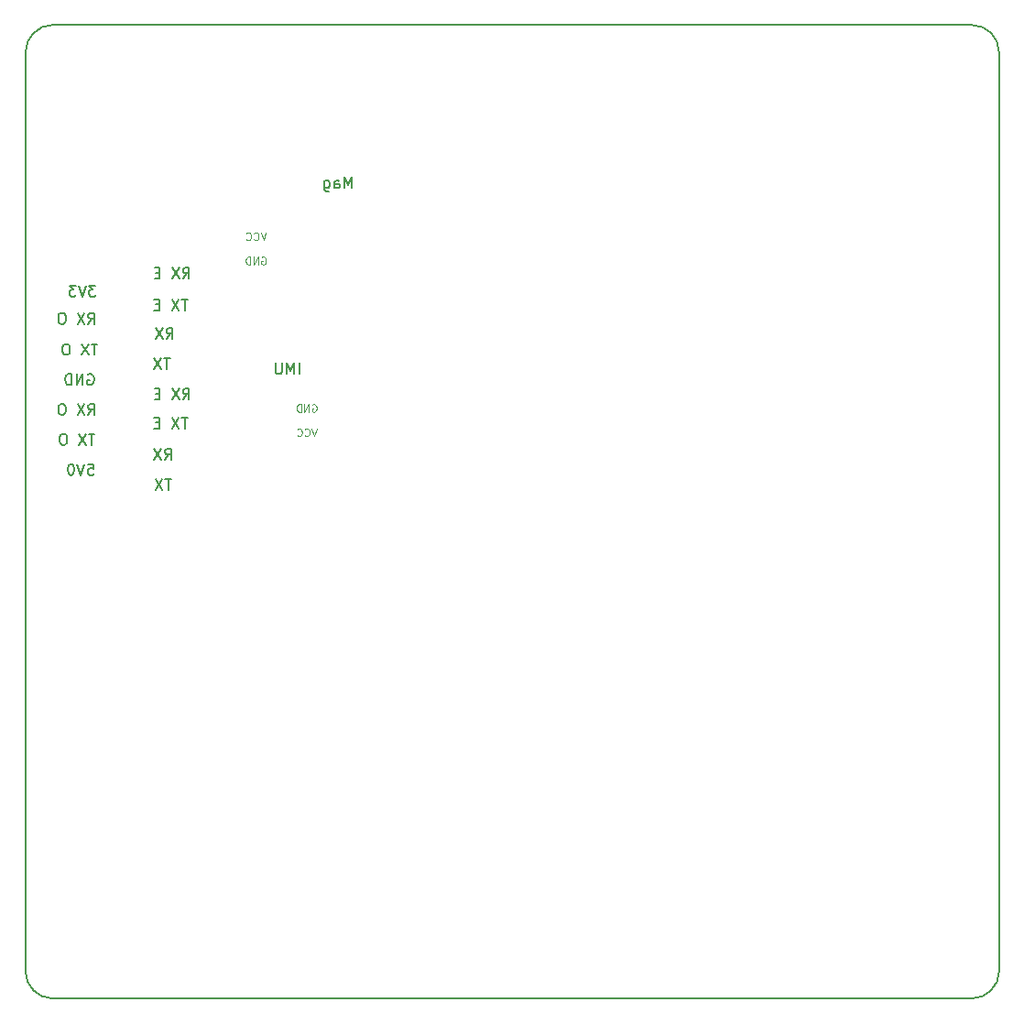
<source format=gbr>
%TF.GenerationSoftware,KiCad,Pcbnew,(6.0.7)*%
%TF.CreationDate,2023-01-26T22:49:43-08:00*%
%TF.ProjectId,FlightComputer,466c6967-6874-4436-9f6d-70757465722e,rev?*%
%TF.SameCoordinates,Original*%
%TF.FileFunction,Legend,Bot*%
%TF.FilePolarity,Positive*%
%FSLAX46Y46*%
G04 Gerber Fmt 4.6, Leading zero omitted, Abs format (unit mm)*
G04 Created by KiCad (PCBNEW (6.0.7)) date 2023-01-26 22:49:43*
%MOMM*%
%LPD*%
G01*
G04 APERTURE LIST*
%ADD10C,0.150000*%
%TA.AperFunction,Profile*%
%ADD11C,0.200000*%
%TD*%
%ADD12C,0.125000*%
G04 APERTURE END LIST*
D10*
X153350261Y-100163380D02*
X152778833Y-100163380D01*
X153064547Y-101163380D02*
X153064547Y-100163380D01*
X152540738Y-100163380D02*
X151874071Y-101163380D01*
X151874071Y-100163380D02*
X152540738Y-101163380D01*
X145670880Y-94202380D02*
X146004214Y-93726190D01*
X146242309Y-94202380D02*
X146242309Y-93202380D01*
X145861357Y-93202380D01*
X145766119Y-93250000D01*
X145718500Y-93297619D01*
X145670880Y-93392857D01*
X145670880Y-93535714D01*
X145718500Y-93630952D01*
X145766119Y-93678571D01*
X145861357Y-93726190D01*
X146242309Y-93726190D01*
X145337547Y-93202380D02*
X144670880Y-94202380D01*
X144670880Y-93202380D02*
X145337547Y-94202380D01*
X143337547Y-93202380D02*
X143147071Y-93202380D01*
X143051833Y-93250000D01*
X142956595Y-93345238D01*
X142908976Y-93535714D01*
X142908976Y-93869047D01*
X142956595Y-94059523D01*
X143051833Y-94154761D01*
X143147071Y-94202380D01*
X143337547Y-94202380D01*
X143432785Y-94154761D01*
X143528023Y-94059523D01*
X143575642Y-93869047D01*
X143575642Y-93535714D01*
X143528023Y-93345238D01*
X143432785Y-93250000D01*
X143337547Y-93202380D01*
X146353547Y-82256380D02*
X145734500Y-82256380D01*
X146067833Y-82637333D01*
X145924976Y-82637333D01*
X145829738Y-82684952D01*
X145782119Y-82732571D01*
X145734500Y-82827809D01*
X145734500Y-83065904D01*
X145782119Y-83161142D01*
X145829738Y-83208761D01*
X145924976Y-83256380D01*
X146210690Y-83256380D01*
X146305928Y-83208761D01*
X146353547Y-83161142D01*
X145448785Y-82256380D02*
X145115452Y-83256380D01*
X144782119Y-82256380D01*
X144544023Y-82256380D02*
X143924976Y-82256380D01*
X144258309Y-82637333D01*
X144115452Y-82637333D01*
X144020214Y-82684952D01*
X143972595Y-82732571D01*
X143924976Y-82827809D01*
X143924976Y-83065904D01*
X143972595Y-83161142D01*
X144020214Y-83208761D01*
X144115452Y-83256380D01*
X144401166Y-83256380D01*
X144496404Y-83208761D01*
X144544023Y-83161142D01*
X146528071Y-87662380D02*
X145956642Y-87662380D01*
X146242357Y-88662380D02*
X146242357Y-87662380D01*
X145718547Y-87662380D02*
X145051880Y-88662380D01*
X145051880Y-87662380D02*
X145718547Y-88662380D01*
X143718547Y-87662380D02*
X143528071Y-87662380D01*
X143432833Y-87710000D01*
X143337595Y-87805238D01*
X143289976Y-87995714D01*
X143289976Y-88329047D01*
X143337595Y-88519523D01*
X143432833Y-88614761D01*
X143528071Y-88662380D01*
X143718547Y-88662380D01*
X143813785Y-88614761D01*
X143909023Y-88519523D01*
X143956642Y-88329047D01*
X143956642Y-87995714D01*
X143909023Y-87805238D01*
X143813785Y-87710000D01*
X143718547Y-87662380D01*
X154413976Y-92781380D02*
X154747309Y-92305190D01*
X154985404Y-92781380D02*
X154985404Y-91781380D01*
X154604452Y-91781380D01*
X154509214Y-91829000D01*
X154461595Y-91876619D01*
X154413976Y-91971857D01*
X154413976Y-92114714D01*
X154461595Y-92209952D01*
X154509214Y-92257571D01*
X154604452Y-92305190D01*
X154985404Y-92305190D01*
X154080642Y-91781380D02*
X153413976Y-92781380D01*
X153413976Y-91781380D02*
X154080642Y-92781380D01*
X152271119Y-92257571D02*
X151937785Y-92257571D01*
X151794928Y-92781380D02*
X152271119Y-92781380D01*
X152271119Y-91781380D01*
X151794928Y-91781380D01*
X145655119Y-98766380D02*
X146131309Y-98766380D01*
X146178928Y-99242571D01*
X146131309Y-99194952D01*
X146036071Y-99147333D01*
X145797976Y-99147333D01*
X145702738Y-99194952D01*
X145655119Y-99242571D01*
X145607500Y-99337809D01*
X145607500Y-99575904D01*
X145655119Y-99671142D01*
X145702738Y-99718761D01*
X145797976Y-99766380D01*
X146036071Y-99766380D01*
X146131309Y-99718761D01*
X146178928Y-99671142D01*
X145321785Y-98766380D02*
X144988452Y-99766380D01*
X144655119Y-98766380D01*
X144131309Y-98766380D02*
X144036071Y-98766380D01*
X143940833Y-98814000D01*
X143893214Y-98861619D01*
X143845595Y-98956857D01*
X143797976Y-99147333D01*
X143797976Y-99385428D01*
X143845595Y-99575904D01*
X143893214Y-99671142D01*
X143940833Y-99718761D01*
X144036071Y-99766380D01*
X144131309Y-99766380D01*
X144226547Y-99718761D01*
X144274166Y-99671142D01*
X144321785Y-99575904D01*
X144369404Y-99385428D01*
X144369404Y-99147333D01*
X144321785Y-98956857D01*
X144274166Y-98861619D01*
X144226547Y-98814000D01*
X144131309Y-98766380D01*
X153223261Y-88987380D02*
X152651833Y-88987380D01*
X152937547Y-89987380D02*
X152937547Y-88987380D01*
X152413738Y-88987380D02*
X151747071Y-89987380D01*
X151747071Y-88987380D02*
X152413738Y-89987380D01*
X154413976Y-81605380D02*
X154747309Y-81129190D01*
X154985404Y-81605380D02*
X154985404Y-80605380D01*
X154604452Y-80605380D01*
X154509214Y-80653000D01*
X154461595Y-80700619D01*
X154413976Y-80795857D01*
X154413976Y-80938714D01*
X154461595Y-81033952D01*
X154509214Y-81081571D01*
X154604452Y-81129190D01*
X154985404Y-81129190D01*
X154080642Y-80605380D02*
X153413976Y-81605380D01*
X153413976Y-80605380D02*
X154080642Y-81605380D01*
X152271119Y-81081571D02*
X151937785Y-81081571D01*
X151794928Y-81605380D02*
X152271119Y-81605380D01*
X152271119Y-80605380D01*
X151794928Y-80605380D01*
X145670880Y-85796380D02*
X146004214Y-85320190D01*
X146242309Y-85796380D02*
X146242309Y-84796380D01*
X145861357Y-84796380D01*
X145766119Y-84844000D01*
X145718500Y-84891619D01*
X145670880Y-84986857D01*
X145670880Y-85129714D01*
X145718500Y-85224952D01*
X145766119Y-85272571D01*
X145861357Y-85320190D01*
X146242309Y-85320190D01*
X145337547Y-84796380D02*
X144670880Y-85796380D01*
X144670880Y-84796380D02*
X145337547Y-85796380D01*
X143337547Y-84796380D02*
X143147071Y-84796380D01*
X143051833Y-84844000D01*
X142956595Y-84939238D01*
X142908976Y-85129714D01*
X142908976Y-85463047D01*
X142956595Y-85653523D01*
X143051833Y-85748761D01*
X143147071Y-85796380D01*
X143337547Y-85796380D01*
X143432785Y-85748761D01*
X143528023Y-85653523D01*
X143575642Y-85463047D01*
X143575642Y-85129714D01*
X143528023Y-84939238D01*
X143432785Y-84844000D01*
X143337547Y-84796380D01*
X154874261Y-94448380D02*
X154302833Y-94448380D01*
X154588547Y-95448380D02*
X154588547Y-94448380D01*
X154064738Y-94448380D02*
X153398071Y-95448380D01*
X153398071Y-94448380D02*
X154064738Y-95448380D01*
X152255214Y-94924571D02*
X151921880Y-94924571D01*
X151779023Y-95448380D02*
X152255214Y-95448380D01*
X152255214Y-94448380D01*
X151779023Y-94448380D01*
X154874261Y-83526380D02*
X154302833Y-83526380D01*
X154588547Y-84526380D02*
X154588547Y-83526380D01*
X154064738Y-83526380D02*
X153398071Y-84526380D01*
X153398071Y-83526380D02*
X154064738Y-84526380D01*
X152255214Y-84002571D02*
X151921880Y-84002571D01*
X151779023Y-84526380D02*
X152255214Y-84526380D01*
X152255214Y-83526380D01*
X151779023Y-83526380D01*
X146274071Y-95972380D02*
X145702642Y-95972380D01*
X145988357Y-96972380D02*
X145988357Y-95972380D01*
X145464547Y-95972380D02*
X144797880Y-96972380D01*
X144797880Y-95972380D02*
X145464547Y-96972380D01*
X143464547Y-95972380D02*
X143274071Y-95972380D01*
X143178833Y-96020000D01*
X143083595Y-96115238D01*
X143035976Y-96305714D01*
X143035976Y-96639047D01*
X143083595Y-96829523D01*
X143178833Y-96924761D01*
X143274071Y-96972380D01*
X143464547Y-96972380D01*
X143559785Y-96924761D01*
X143655023Y-96829523D01*
X143702642Y-96639047D01*
X143702642Y-96305714D01*
X143655023Y-96115238D01*
X143559785Y-96020000D01*
X143464547Y-95972380D01*
X145639214Y-90480000D02*
X145734452Y-90432380D01*
X145877309Y-90432380D01*
X146020166Y-90480000D01*
X146115404Y-90575238D01*
X146163023Y-90670476D01*
X146210642Y-90860952D01*
X146210642Y-91003809D01*
X146163023Y-91194285D01*
X146115404Y-91289523D01*
X146020166Y-91384761D01*
X145877309Y-91432380D01*
X145782071Y-91432380D01*
X145639214Y-91384761D01*
X145591595Y-91337142D01*
X145591595Y-91003809D01*
X145782071Y-91003809D01*
X145163023Y-91432380D02*
X145163023Y-90432380D01*
X144591595Y-91432380D01*
X144591595Y-90432380D01*
X144115404Y-91432380D02*
X144115404Y-90432380D01*
X143877309Y-90432380D01*
X143734452Y-90480000D01*
X143639214Y-90575238D01*
X143591595Y-90670476D01*
X143543976Y-90860952D01*
X143543976Y-91003809D01*
X143591595Y-91194285D01*
X143639214Y-91289523D01*
X143734452Y-91384761D01*
X143877309Y-91432380D01*
X144115404Y-91432380D01*
X152889976Y-87193380D02*
X153223309Y-86717190D01*
X153461404Y-87193380D02*
X153461404Y-86193380D01*
X153080452Y-86193380D01*
X152985214Y-86241000D01*
X152937595Y-86288619D01*
X152889976Y-86383857D01*
X152889976Y-86526714D01*
X152937595Y-86621952D01*
X152985214Y-86669571D01*
X153080452Y-86717190D01*
X153461404Y-86717190D01*
X152556642Y-86193380D02*
X151889976Y-87193380D01*
X151889976Y-86193380D02*
X152556642Y-87193380D01*
X152762976Y-98357380D02*
X153096309Y-97881190D01*
X153334404Y-98357380D02*
X153334404Y-97357380D01*
X152953452Y-97357380D01*
X152858214Y-97405000D01*
X152810595Y-97452619D01*
X152762976Y-97547857D01*
X152762976Y-97690714D01*
X152810595Y-97785952D01*
X152858214Y-97833571D01*
X152953452Y-97881190D01*
X153334404Y-97881190D01*
X152429642Y-97357380D02*
X151762976Y-98357380D01*
X151762976Y-97357380D02*
X152429642Y-98357380D01*
D11*
X227330000Y-148166000D02*
X142410000Y-148166000D01*
X229870000Y-60706000D02*
X229870000Y-145626000D01*
X229870000Y-60706000D02*
G75*
G03*
X227330000Y-58166000I-2540000J0D01*
G01*
X139870000Y-145626000D02*
X139870000Y-60706000D01*
X227330000Y-148166000D02*
G75*
G03*
X229870000Y-145626000I0J2540000D01*
G01*
X139870000Y-145626000D02*
G75*
G03*
X142410000Y-148166000I2540000J0D01*
G01*
X142410000Y-58166000D02*
X227330000Y-58166000D01*
X142410000Y-58166000D02*
G75*
G03*
X139870000Y-60706000I0J-2540000D01*
G01*
D12*
X166395333Y-93265000D02*
X166462000Y-93231666D01*
X166562000Y-93231666D01*
X166662000Y-93265000D01*
X166728666Y-93331666D01*
X166762000Y-93398333D01*
X166795333Y-93531666D01*
X166795333Y-93631666D01*
X166762000Y-93765000D01*
X166728666Y-93831666D01*
X166662000Y-93898333D01*
X166562000Y-93931666D01*
X166495333Y-93931666D01*
X166395333Y-93898333D01*
X166362000Y-93865000D01*
X166362000Y-93631666D01*
X166495333Y-93631666D01*
X166062000Y-93931666D02*
X166062000Y-93231666D01*
X165662000Y-93931666D01*
X165662000Y-93231666D01*
X165328666Y-93931666D02*
X165328666Y-93231666D01*
X165162000Y-93231666D01*
X165062000Y-93265000D01*
X164995333Y-93331666D01*
X164962000Y-93398333D01*
X164928666Y-93531666D01*
X164928666Y-93631666D01*
X164962000Y-93765000D01*
X164995333Y-93831666D01*
X165062000Y-93898333D01*
X165162000Y-93931666D01*
X165328666Y-93931666D01*
X166795333Y-95485666D02*
X166562000Y-96185666D01*
X166328666Y-95485666D01*
X165695333Y-96119000D02*
X165728666Y-96152333D01*
X165828666Y-96185666D01*
X165895333Y-96185666D01*
X165995333Y-96152333D01*
X166062000Y-96085666D01*
X166095333Y-96019000D01*
X166128666Y-95885666D01*
X166128666Y-95785666D01*
X166095333Y-95652333D01*
X166062000Y-95585666D01*
X165995333Y-95519000D01*
X165895333Y-95485666D01*
X165828666Y-95485666D01*
X165728666Y-95519000D01*
X165695333Y-95552333D01*
X164995333Y-96119000D02*
X165028666Y-96152333D01*
X165128666Y-96185666D01*
X165195333Y-96185666D01*
X165295333Y-96152333D01*
X165362000Y-96085666D01*
X165395333Y-96019000D01*
X165428666Y-95885666D01*
X165428666Y-95785666D01*
X165395333Y-95652333D01*
X165362000Y-95585666D01*
X165295333Y-95519000D01*
X165195333Y-95485666D01*
X165128666Y-95485666D01*
X165028666Y-95519000D01*
X164995333Y-95552333D01*
X162096333Y-77356666D02*
X161863000Y-78056666D01*
X161629666Y-77356666D01*
X160996333Y-77990000D02*
X161029666Y-78023333D01*
X161129666Y-78056666D01*
X161196333Y-78056666D01*
X161296333Y-78023333D01*
X161363000Y-77956666D01*
X161396333Y-77890000D01*
X161429666Y-77756666D01*
X161429666Y-77656666D01*
X161396333Y-77523333D01*
X161363000Y-77456666D01*
X161296333Y-77390000D01*
X161196333Y-77356666D01*
X161129666Y-77356666D01*
X161029666Y-77390000D01*
X160996333Y-77423333D01*
X160296333Y-77990000D02*
X160329666Y-78023333D01*
X160429666Y-78056666D01*
X160496333Y-78056666D01*
X160596333Y-78023333D01*
X160663000Y-77956666D01*
X160696333Y-77890000D01*
X160729666Y-77756666D01*
X160729666Y-77656666D01*
X160696333Y-77523333D01*
X160663000Y-77456666D01*
X160596333Y-77390000D01*
X160496333Y-77356666D01*
X160429666Y-77356666D01*
X160329666Y-77390000D01*
X160296333Y-77423333D01*
X161696333Y-79644000D02*
X161763000Y-79610666D01*
X161863000Y-79610666D01*
X161963000Y-79644000D01*
X162029666Y-79710666D01*
X162063000Y-79777333D01*
X162096333Y-79910666D01*
X162096333Y-80010666D01*
X162063000Y-80144000D01*
X162029666Y-80210666D01*
X161963000Y-80277333D01*
X161863000Y-80310666D01*
X161796333Y-80310666D01*
X161696333Y-80277333D01*
X161663000Y-80244000D01*
X161663000Y-80010666D01*
X161796333Y-80010666D01*
X161363000Y-80310666D02*
X161363000Y-79610666D01*
X160963000Y-80310666D01*
X160963000Y-79610666D01*
X160629666Y-80310666D02*
X160629666Y-79610666D01*
X160463000Y-79610666D01*
X160363000Y-79644000D01*
X160296333Y-79710666D01*
X160263000Y-79777333D01*
X160229666Y-79910666D01*
X160229666Y-80010666D01*
X160263000Y-80144000D01*
X160296333Y-80210666D01*
X160363000Y-80277333D01*
X160463000Y-80310666D01*
X160629666Y-80310666D01*
D10*
%TO.C,J4*%
X165179238Y-90417380D02*
X165179238Y-89417380D01*
X164703047Y-90417380D02*
X164703047Y-89417380D01*
X164369714Y-90131666D01*
X164036380Y-89417380D01*
X164036380Y-90417380D01*
X163560190Y-89417380D02*
X163560190Y-90226904D01*
X163512571Y-90322142D01*
X163464952Y-90369761D01*
X163369714Y-90417380D01*
X163179238Y-90417380D01*
X163084000Y-90369761D01*
X163036380Y-90322142D01*
X162988761Y-90226904D01*
X162988761Y-89417380D01*
%TO.C,J6*%
X169996095Y-73237380D02*
X169996095Y-72237380D01*
X169662761Y-72951666D01*
X169329428Y-72237380D01*
X169329428Y-73237380D01*
X168424666Y-73237380D02*
X168424666Y-72713571D01*
X168472285Y-72618333D01*
X168567523Y-72570714D01*
X168758000Y-72570714D01*
X168853238Y-72618333D01*
X168424666Y-73189761D02*
X168519904Y-73237380D01*
X168758000Y-73237380D01*
X168853238Y-73189761D01*
X168900857Y-73094523D01*
X168900857Y-72999285D01*
X168853238Y-72904047D01*
X168758000Y-72856428D01*
X168519904Y-72856428D01*
X168424666Y-72808809D01*
X167519904Y-72570714D02*
X167519904Y-73380238D01*
X167567523Y-73475476D01*
X167615142Y-73523095D01*
X167710380Y-73570714D01*
X167853238Y-73570714D01*
X167948476Y-73523095D01*
X167519904Y-73189761D02*
X167615142Y-73237380D01*
X167805619Y-73237380D01*
X167900857Y-73189761D01*
X167948476Y-73142142D01*
X167996095Y-73046904D01*
X167996095Y-72761190D01*
X167948476Y-72665952D01*
X167900857Y-72618333D01*
X167805619Y-72570714D01*
X167615142Y-72570714D01*
X167519904Y-72618333D01*
%TD*%
M02*

</source>
